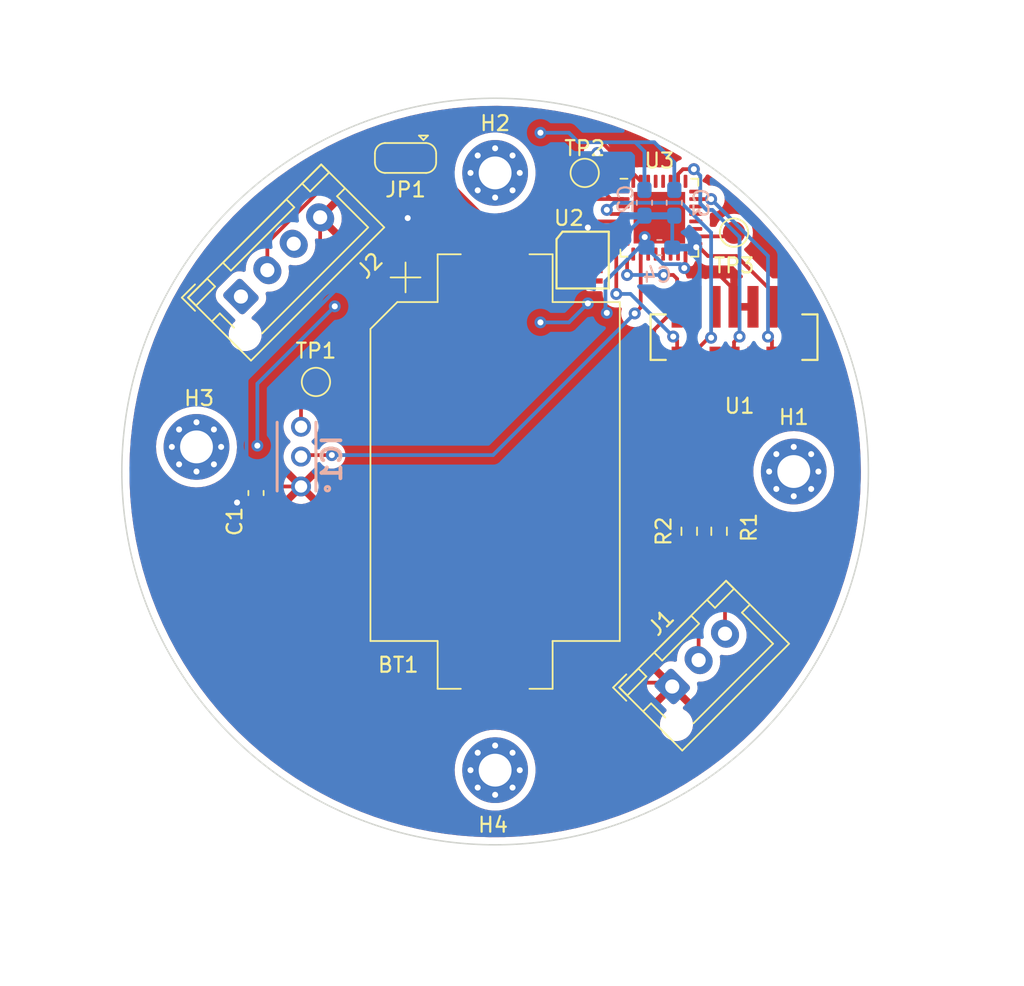
<source format=kicad_pcb>
(kicad_pcb (version 20211014) (generator pcbnew)
  (layers (0 "F.Cu" signal) (31 "B.Cu" signal) (34 "B.Paste" user) (35 "F.Paste" user) (36 "B.SilkS" user "B.Silkscreen") (37 "F.SilkS" user "F.Silkscreen") (38 "B.Mask" user) (39 "F.Mask" user) (44 "Edge.Cuts" user))
  (net 0 "")
  (net 3 "VDD")
  (net 4 "/SWDIO")
  (net 5 "GND")
  (net 6 "/SWDCLK")
  (net 7 "/SWO")
  (net 10 "/NRST")
  (net 11 "/RX")
  (net 12 "/TX")
  (net 13 "/sensor_pwr")
  (net 14 "Net-(IC1-Pad3)")
  (net 16 "/oscillator")
  (net 18 "/CLKOUT")
  (net 19 "Net-(J1-Pad3)")
  (net 20 "Net-(J1-Pad2)")
  (net 22 "/tsl237_frequency")
  (net 33 "/SDWCLK")
  (net 39 "Net-(BT1-Pad1)")
  (net 40 "Net-(J2-Pad2)")
  (footprint "Connector_JST:JST_XH_B4B-XH-AM_1x04_P2.50mm_Vertical" (layer "F.Cu") (at 132.977119 78.28042 45)
    (fp_text reference "J2" (at 7.571912 4.629754 45) (layer "F.SilkS"))
    (fp_text value "Conn_01x04")
    (fp_line (start 9.3 2.75) (end 3.75 2.75) (layer "F.SilkS") (width 0.12))
    (fp_line (start 10.05 -0.2) (end 9.3 -0.2) (layer "F.SilkS") (width 0.12))
    (fp_line (start 0.75 -2.45) (end 0.75 -1.7) (layer "F.SilkS") (width 0.12))
    (fp_line (start -0.75 -1.7) (end -0.75 -2.45) (layer "F.SilkS") (width 0.12))
    (fp_line (start 10.06 3.51) (end 10.06 -2.46) (layer "F.SilkS") (width 0.12))
    (fp_line (start 8.25 -2.45) (end 8.25 -1.7) (layer "F.SilkS") (width 0.12))
    (fp_line (start 3.75 2.75) (end -0.74 2.75) (layer "F.SilkS") (width 0.12))
    (fp_line (start 9.3 -0.2) (end 9.3 2.75) (layer "F.SilkS") (width 0.12))
    (fp_line (start -2.56 -2.46) (end -2.56 3.51) (layer "F.SilkS") (width 0.12))
    (fp_line (start -2.56 3.51) (end 10.06 3.51) (layer "F.SilkS") (width 0.12))
    (fp_line (start -2.85 -2.75) (end -2.85 -1.5) (layer "F.SilkS") (width 0.12))
    (fp_line (start -2.55 -0.2) (end -1.8 -0.2) (layer "F.SilkS") (width 0.12))
    (fp_line (start -2.55 -2.45) (end -2.55 -1.7) (layer "F.SilkS") (width 0.12))
    (fp_line (start -2.55 -1.7) (end -0.75 -1.7) (layer "F.SilkS") (width 0.12))
    (fp_line (start 10.05 -2.45) (end 8.25 -2.45) (layer "F.SilkS") (width 0.12))
    (fp_line (start 6.75 -1.7) (end 6.75 -2.45) (layer "F.SilkS") (width 0.12))
    (fp_line (start -0.75 -2.45) (end -2.55 -2.45) (layer "F.SilkS") (width 0.12))
    (fp_line (start 8.25 -1.7) (end 10.05 -1.7) (layer "F.SilkS") (width 0.12))
    (fp_line (start 10.05 -1.7) (end 10.05 -2.45) (layer "F.SilkS") (width 0.12))
    (fp_line (start 6.75 -2.45) (end 0.75 -2.45) (layer "F.SilkS") (width 0.12))
    (fp_line (start 10.06 -2.46) (end -2.56 -2.46) (layer "F.SilkS") (width 0.12))
    (fp_line (start -1.8 -0.2) (end -1.8 1.14) (layer "F.SilkS") (width 0.12))
    (fp_line (start 0.75 -1.7) (end 6.75 -1.7) (layer "F.SilkS") (width 0.12))
    (fp_line (start -1.6 -2.75) (end -2.85 -2.75) (layer "F.SilkS") (width 0.12))
    (pad "" np_thru_hole circle (at -1.6 2 45) (size 1.2 1.2) (drill 1.2) (layers *.Cu *.Mask))
    (pad "1" thru_hole roundrect (at 0 0 45) (size 1.7 1.95) (drill 0.95) (layers *.Cu *.Mask) (roundrect_rratio 0.1470588235))
    (pad "2" thru_hole oval (at 2.5 0 45) (size 1.7 1.95) (drill 0.95) (layers *.Cu *.Mask) (net 40 "Net-(J2-Pad2)"))
    (pad "3" thru_hole oval (at 5 0 45) (size 1.7 1.95) (drill 0.95) (layers *.Cu *.Mask))
    (pad "4" thru_hole oval (at 7.5 0 45) (size 1.7 1.95) (drill 0.95) (layers *.Cu *.Mask) (net 5 "GND"))
  )
  (footprint "MountingHole:MountingHole_2.2mm_M2_Pad_Via" (layer "F.Cu") (at 150 110)
    (fp_text reference "H4" (at -0.14 3.665) (layer "F.SilkS"))
    (fp_text value "MountingHole")
    (pad "1" thru_hole circle (at 1.65 0) (size 0.7 0.7) (drill 0.4) (layers *.Cu *.Mask))
    (pad "1" thru_hole circle (at 1.166726 1.166726) (size 0.7 0.7) (drill 0.4) (layers *.Cu *.Mask))
    (pad "1" thru_hole circle (at 0 1.65) (size 0.7 0.7) (drill 0.4) (layers *.Cu *.Mask))
    (pad "1" thru_hole circle (at -1.65 0) (size 0.7 0.7) (drill 0.4) (layers *.Cu *.Mask))
    (pad "1" thru_hole circle (at -1.166726 -1.166726) (size 0.7 0.7) (drill 0.4) (layers *.Cu *.Mask))
    (pad "1" thru_hole circle (at 1.166726 -1.166726) (size 0.7 0.7) (drill 0.4) (layers *.Cu *.Mask))
    (pad "1" thru_hole circle (at -1.166726 1.166726) (size 0.7 0.7) (drill 0.4) (layers *.Cu *.Mask))
    (pad "1" thru_hole circle (at 0 -1.65) (size 0.7 0.7) (drill 0.4) (layers *.Cu *.Mask))
    (pad "1" thru_hole circle (at 0 0) (size 4.4 4.4) (drill 2.2) (layers *.Cu *.Mask))
  )
  (footprint "Connector_JST:JST_XH_B3B-XH-AM_1x03_P2.50mm_Vertical" (layer "F.Cu") (at 161.861002 104.396536 45)
    (fp_text reference "J1" (at 2.5 -3.55 45) (layer "F.SilkS"))
    (fp_text value "Conn_01x03")
    (fp_line (start -2.85 -2.75) (end -2.85 -1.5) (layer "F.SilkS") (width 0.12))
    (fp_line (start -2.55 -0.2) (end -1.8 -0.2) (layer "F.SilkS") (width 0.12))
    (fp_line (start 7.55 -0.2) (end 6.8 -0.2) (layer "F.SilkS") (width 0.12))
    (fp_line (start -1.6 -2.75) (end -2.85 -2.75) (layer "F.SilkS") (width 0.12))
    (fp_line (start 7.55 -1.7) (end 7.55 -2.45) (layer "F.SilkS") (width 0.12))
    (fp_line (start 4.25 -2.45) (end 0.75 -2.45) (layer "F.SilkS") (width 0.12))
    (fp_line (start -0.75 -1.7) (end -0.75 -2.45) (layer "F.SilkS") (width 0.12))
    (fp_line (start 6.8 2.75) (end 2.5 2.75) (layer "F.SilkS") (width 0.12))
    (fp_line (start 2.5 2.75) (end -0.74 2.75) (layer "F.SilkS") (width 0.12))
    (fp_line (start 0.75 -2.45) (end 0.75 -1.7) (layer "F.SilkS") (width 0.12))
    (fp_line (start 7.56 -2.46) (end -2.56 -2.46) (layer "F.SilkS") (width 0.12))
    (fp_line (start 7.55 -2.45) (end 5.75 -2.45) (layer "F.SilkS") (width 0.12))
    (fp_line (start 7.56 3.51) (end 7.56 -2.46) (layer "F.SilkS") (width 0.12))
    (fp_line (start -2.55 -1.7) (end -0.75 -1.7) (layer "F.SilkS") (width 0.12))
    (fp_line (start 5.75 -1.7) (end 7.55 -1.7) (layer "F.SilkS") (width 0.12))
    (fp_line (start -2.55 -2.45) (end -2.55 -1.7) (layer "F.SilkS") (width 0.12))
    (fp_line (start -2.56 -2.46) (end -2.56 3.51) (layer "F.SilkS") (width 0.12))
    (fp_line (start -1.8 -0.2) (end -1.8 1.14) (layer "F.SilkS") (width 0.12))
    (fp_line (start 4.25 -1.7) (end 4.25 -2.45) (layer "F.SilkS") (width 0.12))
    (fp_line (start 6.8 -0.2) (end 6.8 2.75) (layer "F.SilkS") (width 0.12))
    (fp_line (start -2.56 3.51) (end 7.56 3.51) (layer "F.SilkS") (width 0.12))
    (fp_line (start 0.75 -1.7) (end 4.25 -1.7) (layer "F.SilkS") (width 0.12))
    (fp_line (start -0.75 -2.45) (end -2.55 -2.45) (layer "F.SilkS") (width 0.12))
    (fp_line (start 5.75 -2.45) (end 5.75 -1.7) (layer "F.SilkS") (width 0.12))
    (pad "" np_thru_hole circle (at -1.6 2 45) (size 1.2 1.2) (drill 1.2) (layers *.Cu *.Mask))
    (pad "1" thru_hole roundrect (at 0 0 45) (size 1.7 1.95) (drill 0.95) (layers *.Cu *.Mask) (roundrect_rratio 0.1470588235) (net 5 "GND"))
    (pad "2" thru_hole oval (at 2.5 0 45) (size 1.7 1.95) (drill 0.95) (layers *.Cu *.Mask) (net 20 "Net-(J1-Pad2)"))
    (pad "3" thru_hole oval (at 5 0 45) (size 1.7 1.95) (drill 0.95) (layers *.Cu *.Mask) (net 19 "Net-(J1-Pad3)"))
  )
  (footprint "TestPoint:TestPoint_Pad_D1.5mm" (layer "F.Cu") (at 156 70)
    (fp_text reference "TP2" (at 0 -1.648) (layer "F.SilkS"))
    (fp_text value "TestPoint")
    (fp_circle (center 0 0) (end 0 0.95) (layer "F.SilkS") (width 0.12) (fill none))
    (pad "1" smd circle (at 0 0) (size 1.5 1.5) (layers "F.Cu" "F.Mask") (net 16 "/oscillator"))
  )
  (footprint "Resistor_SMD:R_0603_1608Metric_Pad0.98x0.95mm_HandSolder" (layer "F.Cu") (at 163 94 90)
    (fp_text reference "R2" (at 0 -1.71 90) (layer "F.SilkS"))
    (fp_text value "R_US")
    (fp_line (start -0.254724 -0.5225) (end 0.254724 -0.5225) (layer "F.SilkS") (width 0.12))
    (fp_line (start -0.254724 0.5225) (end 0.254724 0.5225) (layer "F.SilkS") (width 0.12))
    (pad "1" smd roundrect (at -0.9125 0 90) (size 0.975 0.95) (layers "F.Cu" "F.Paste" "F.Mask") (net 20 "Net-(J1-Pad2)"))
    (pad "2" smd roundrect (at 0.9125 0 90) (size 0.975 0.95) (layers "F.Cu" "F.Paste" "F.Mask") (net 11 "/RX"))
  )
  (footprint "Resistor_SMD:R_0603_1608Metric_Pad0.98x0.95mm_HandSolder" (layer "F.Cu") (at 165 94 90)
    (fp_text reference "R1" (at 0.254724 2.005 90) (layer "F.SilkS"))
    (fp_text value "R_US")
    (fp_line (start -0.254724 0.5225) (end 0.254724 0.5225) (layer "F.SilkS") (width 0.12))
    (fp_line (start -0.254724 -0.5225) (end 0.254724 -0.5225) (layer "F.SilkS") (width 0.12))
    (pad "1" smd roundrect (at -0.9125 0 90) (size 0.975 0.95) (layers "F.Cu" "F.Paste" "F.Mask") (net 19 "Net-(J1-Pad3)"))
    (pad "2" smd roundrect (at 0.9125 0 90) (size 0.975 0.95) (layers "F.Cu" "F.Paste" "F.Mask") (net 12 "/TX"))
  )
  (footprint "MountingHole:MountingHole_2.2mm_M2_Pad_Via" (layer "F.Cu") (at 130 88.35)
    (fp_text reference "H3" (at 0.175 -3.26) (layer "F.SilkS"))
    (fp_text value "MountingHole")
    (pad "1" thru_hole circle (at 0 0) (size 4.4 4.4) (drill 2.2) (layers *.Cu *.Mask))
    (pad "1" thru_hole circle (at 0 1.65) (size 0.7 0.7) (drill 0.4) (layers *.Cu *.Mask))
    (pad "1" thru_hole circle (at 0 -1.65) (size 0.7 0.7) (drill 0.4) (layers *.Cu *.Mask))
    (pad "1" thru_hole circle (at 1.166726 -1.166726) (size 0.7 0.7) (drill 0.4) (layers *.Cu *.Mask))
    (pad "1" thru_hole circle (at -1.166726 1.166726) (size 0.7 0.7) (drill 0.4) (layers *.Cu *.Mask))
    (pad "1" thru_hole circle (at -1.65 0) (size 0.7 0.7) (drill 0.4) (layers *.Cu *.Mask))
    (pad "1" thru_hole circle (at -1.166726 -1.166726) (size 0.7 0.7) (drill 0.4) (layers *.Cu *.Mask))
    (pad "1" thru_hole circle (at 1.65 0) (size 0.7 0.7) (drill 0.4) (layers *.Cu *.Mask))
    (pad "1" thru_hole circle (at 1.166726 1.166726) (size 0.7 0.7) (drill 0.4) (layers *.Cu *.Mask))
  )
  (footprint "Capacitor_SMD:C_0603_1608Metric_Pad1.08x0.95mm_HandSolder" (layer "F.Cu") (at 133.985 91.44 90)
    (fp_text reference "C1" (at -1.905 -1.43 90) (layer "F.SilkS"))
    (fp_text value "1uF")
    (fp_line (start -0.146267 0.51) (end 0.146267 0.51) (layer "F.SilkS") (width 0.12))
    (fp_line (start -0.146267 -0.51) (end 0.146267 -0.51) (layer "F.SilkS") (width 0.12))
    (pad "1" smd roundrect (at -0.8625 0 90) (size 1.075 0.95) (layers "F.Cu" "F.Paste" "F.Mask") (net 3 "VDD"))
    (pad "2" smd roundrect (at 0.8625 0 90) (size 1.075 0.95) (layers "F.Cu" "F.Paste" "F.Mask") (net 5 "GND"))
  )
  (footprint "TestPoint:TestPoint_Pad_D1.5mm" (layer "F.Cu") (at 138 84)
    (fp_text reference "TP1" (at 0 -2.085) (layer "F.SilkS"))
    (fp_text value "TestPoint")
    (fp_circle (center 0 0) (end 0 0.95) (layer "F.SilkS") (width 0.12) (fill none))
    (pad "1" smd circle (at 0 0) (size 1.5 1.5) (layers "F.Cu" "F.Mask") (net 14 "Net-(IC1-Pad3)"))
  )
  (footprint "e314-2020:ftsh_14p_connector" (layer "F.Cu") (at 166 81 180)
    (fp_text reference "U1" (at -0.37 -4.60756) (layer "F.SilkS"))
    (fp_text value "STDC14")
    (fp_line (start -4.572 -1.524) (end -5.588 -1.524) (layer "F.SilkS") (width 0.15))
    (fp_line (start 5.588 1.524) (end 4.572 1.524) (layer "F.SilkS") (width 0.15))
    (fp_line (start -5.588 1.524) (end -4.572 1.524) (layer "F.SilkS") (width 0.15))
    (fp_line (start 5.588 -1.524) (end 5.588 1.524) (layer "F.SilkS") (width 0.15))
    (fp_line (start 4.572 -1.524) (end 5.588 -1.524) (layer "F.SilkS") (width 0.15))
    (fp_line (start -5.588 -1.524) (end -5.588 1.524) (layer "F.SilkS") (width 0.15))
    (pad "1" smd rect locked (at -3.81 2.032 180) (size 0.74 2.79) (layers "F.Cu" "F.Paste" "F.Mask"))
    (pad "2" smd rect locked (at -3.81 -2.032 180) (size 0.74 2.79) (layers "F.Cu" "F.Paste" "F.Mask"))
    (pad "3" smd rect locked (at -2.54 2.032 180) (size 0.74 2.79) (layers "F.Cu" "F.Paste" "F.Mask") (net 3 "VDD"))
    (pad "4" smd rect locked (at -2.54 -2.032 180) (size 0.74 2.79) (layers "F.Cu" "F.Paste" "F.Mask") (net 4 "/SWDIO"))
    (pad "5" smd rect locked (at -1.27 2.032 180) (size 0.74 2.79) (layers "F.Cu" "F.Paste" "F.Mask") (net 5 "GND"))
    (pad "6" smd rect locked (at -1.27 -2.032 180) (size 0.74 2.79) (layers "F.Cu" "F.Paste" "F.Mask") (net 6 "/SWDCLK"))
    (pad "7" smd rect locked (at 0 2.032 180) (size 0.74 2.79) (layers "F.Cu" "F.Paste" "F.Mask") (net 5 "GND"))
    (pad "8" smd rect locked (at 0 -2.032 180) (size 0.74 2.79) (layers "F.Cu" "F.Paste" "F.Mask") (net 7 "/SWO"))
    (pad "9" smd rect locked (at 1.27 2.032 180) (size 0.74 2.79) (layers "F.Cu" "F.Paste" "F.Mask"))
    (pad "10" smd rect locked (at 1.27 -2.032 180) (size 0.74 2.79) (layers "F.Cu" "F.Paste" "F.Mask"))
    (pad "11" smd rect locked (at 2.54 2.032 180) (size 0.74 2.79) (layers "F.Cu" "F.Paste" "F.Mask") (net 5 "GND"))
    (pad "12" smd rect locked (at 2.54 -2.032 180) (size 0.74 2.79) (layers "F.Cu" "F.Paste" "F.Mask") (net 10 "/NRST"))
    (pad "13" smd rect locked (at 3.81 2.032 180) (size 0.74 2.79) (layers "F.Cu" "F.Paste" "F.Mask") (net 11 "/RX"))
    (pad "14" smd rect locked (at 3.81 -2.032 180) (size 0.74 2.79) (layers "F.Cu" "F.Paste" "F.Mask") (net 12 "/TX"))
  )
  (footprint "MountingHole:MountingHole_2.2mm_M2_Pad_Via" (layer "F.Cu") (at 170 90)
    (fp_text reference "H1" (at 0 -3.64) (layer "F.SilkS"))
    (fp_text value "MountingHole")
    (pad "1" thru_hole circle (at 1.166726 -1.166726) (size 0.7 0.7) (drill 0.4) (layers *.Cu *.Mask))
    (pad "1" thru_hole circle (at 1.65 0) (size 0.7 0.7) (drill 0.4) (layers *.Cu *.Mask))
    (pad "1" thru_hole circle (at -1.65 0) (size 0.7 0.7) (drill 0.4) (layers *.Cu *.Mask))
    (pad "1" thru_hole circle (at 0 0) (size 4.4 4.4) (drill 2.2) (layers *.Cu *.Mask))
    (pad "1" thru_hole circle (at 0 1.65) (size 0.7 0.7) (drill 0.4) (layers *.Cu *.Mask))
    (pad "1" thru_hole circle (at 0 -1.65) (size 0.7 0.7) (drill 0.4) (layers *.Cu *.Mask))
    (pad "1" thru_hole circle (at 1.166726 1.166726) (size 0.7 0.7) (drill 0.4) (layers *.Cu *.Mask))
    (pad "1" thru_hole circle (at -1.166726 -1.166726) (size 0.7 0.7) (drill 0.4) (layers *.Cu *.Mask))
    (pad "1" thru_hole circle (at -1.166726 1.166726) (size 0.7 0.7) (drill 0.4) (layers *.Cu *.Mask))
  )
  (footprint "e314-2020:TG-3541CE" (layer "F.Cu") (at 157.7125 72.4375)
    (fp_text reference "U2" (at -2.7725 0.5875) (layer "F.SilkS"))
    (fp_text value "TG-3541CE")
    (fp_line (start -0.1 1.5) (end -0.1 5.3) (layer "F.SilkS") (width 0.15))
    (fp_line (start -3.6 5.3) (end -3.6 2) (layer "F.SilkS") (width 0.15))
    (fp_line (start -0.1 5.3) (end -3.6 5.3) (layer "F.SilkS") (width 0.15))
    (fp_line (start -3.6 2) (end -3.2 1.5) (layer "F.SilkS") (width 0.15))
    (fp_line (start -3.2 1.5) (end -0.1 1.5) (layer "F.SilkS") (width 0.15))
    (pad "1" smd rect locked (at -2.7 2) (size 0.9 0.35) (layers "F.Cu" "F.Paste" "F.Mask") (net 3 "VDD"))
    (pad "2" smd rect locked (at -2.7 2.7) (size 0.9 0.35) (layers "F.Cu" "F.Paste" "F.Mask") (net 3 "VDD"))
    (pad "3" smd rect locked (at -2.7 3.4) (size 0.9 0.35) (layers "F.Cu" "F.Paste" "F.Mask") (net 3 "VDD"))
    (pad "4" smd rect locked (at -2.7 4.1) (size 0.9 0.35) (layers "F.Cu" "F.Paste" "F.Mask") (net 16 "/oscillator"))
    (pad "5" smd rect locked (at -2.7 4.8) (size 0.9 0.35) (layers "F.Cu" "F.Paste" "F.Mask") (net 5 "GND"))
    (pad "6" smd rect locked (at -0.96 4.8) (size 0.9 0.35) (layers "F.Cu" "F.Paste" "F.Mask"))
    (pad "7" smd rect locked (at -0.96 4.1) (size 0.9 0.35) (layers "F.Cu" "F.Paste" "F.Mask") (net 5 "GND"))
    (pad "8" smd rect locked (at -0.96 3.4) (size 0.9 0.35) (layers "F.Cu" "F.Paste" "F.Mask") (net 5 "GND"))
    (pad "9" smd rect locked (at -0.96 2.7) (size 0.9 0.35) (layers "F.Cu" "F.Paste" "F.Mask") (net 5 "GND"))
    (pad "10" smd rect locked (at -0.96 2) (size 0.9 0.35) (layers "F.Cu" "F.Paste" "F.Mask"))
  )
  (footprint "MountingHole:MountingHole_2.2mm_M2_Pad_Via" (layer "F.Cu") (at 150 70)
    (fp_text reference "H2" (at 0 -3.325) (layer "F.SilkS"))
    (fp_text value "MountingHole")
    (pad "1" thru_hole circle (at 0 0) (size 4.4 4.4) (drill 2.2) (layers *.Cu *.Mask))
    (pad "1" thru_hole circle (at 0 1.65) (size 0.7 0.7) (drill 0.4) (layers *.Cu *.Mask))
    (pad "1" thru_hole circle (at -1.65 0) (size 0.7 0.7) (drill 0.4) (layers *.Cu *.Mask))
    (pad "1" thru_hole circle (at -1.166726 1.166726) (size 0.7 0.7) (drill 0.4) (layers *.Cu *.Mask))
    (pad "1" thru_hole circle (at 1.166726 1.166726) (size 0.7 0.7) (drill 0.4) (layers *.Cu *.Mask))
    (pad "1" thru_hole circle (at 0 -1.65) (size 0.7 0.7) (drill 0.4) (layers *.Cu *.Mask))
    (pad "1" thru_hole circle (at -1.166726 -1.166726) (size 0.7 0.7) (drill 0.4) (layers *.Cu *.Mask))
    (pad "1" thru_hole circle (at 1.65 0) (size 0.7 0.7) (drill 0.4) (layers *.Cu *.Mask))
    (pad "1" thru_hole circle (at 1.166726 -1.166726) (size 0.7 0.7) (drill 0.4) (layers *.Cu *.Mask))
  )
  (footprint "Package_DFN_QFN:QFN-32-1EP_5x5mm_P0.5mm_EP3.45x3.45mm" (layer "F.Cu") (at 161 73)
    (fp_text reference "U3" (at 0 -3.82) (layer "F.SilkS"))
    (fp_text value "STM32L432KCUx")
    (fp_line (start -2.135 -2.61) (end -2.61 -2.61) (layer "F.SilkS") (width 0.12))
    (fp_line (start 2.61 2.61) (end 2.61 2.135) (layer "F.SilkS") (width 0.12))
    (fp_line (start -2.61 2.61) (end -2.61 2.135) (layer "F.SilkS") (width 0.12))
    (fp_line (start 2.135 -2.61) (end 2.61 -2.61) (layer "F.SilkS") (width 0.12))
    (fp_line (start 2.61 -2.61) (end 2.61 -2.135) (layer "F.SilkS") (width 0.12))
    (fp_line (start 2.135 2.61) (end 2.61 2.61) (layer "F.SilkS") (width 0.12))
    (fp_line (start -2.135 2.61) (end -2.61 2.61) (layer "F.SilkS") (width 0.12))
    (pad "1" smd roundrect (at -2.4375 -1.75) (size 0.875 0.25) (layers "F.Cu" "F.Paste" "F.Mask") (net 3 "VDD"))
    (pad "2" smd roundrect (at -2.4375 -1.25) (size 0.875 0.25) (layers "F.Cu" "F.Paste" "F.Mask") (net 16 "/oscillator"))
    (pad "3" smd roundrect (at -2.4375 -0.75) (size 0.875 0.25) (layers "F.Cu" "F.Paste" "F.Mask"))
    (pad "4" smd roundrect (at -2.4375 -0.25) (size 0.875 0.25) (layers "F.Cu" "F.Paste" "F.Mask") (net 10 "/NRST"))
    (pad "5" smd roundrect (at -2.4375 0.25) (size 0.875 0.25) (layers "F.Cu" "F.Paste" "F.Mask") (net 3 "VDD"))
    (pad "6" smd roundrect (at -2.4375 0.75) (size 0.875 0.25) (layers "F.Cu" "F.Paste" "F.Mask") (net 22 "/tsl237_frequency"))
    (pad "7" smd roundrect (at -2.4375 1.25) (size 0.875 0.25) (layers "F.Cu" "F.Paste" "F.Mask"))
    (pad "8" smd roundrect (at -2.4375 1.75) (size 0.875 0.25) (layers "F.Cu" "F.Paste" "F.Mask") (net 12 "/TX"))
    (pad "9" smd roundrect (at -1.75 2.4375) (size 0.25 0.875) (layers "F.Cu" "F.Paste" "F.Mask") (net 11 "/RX"))
    (pad "10" smd roundrect (at -1.25 2.4375) (size 0.25 0.875) (layers "F.Cu" "F.Paste" "F.Mask") (net 13 "/sensor_pwr"))
    (pad "11" smd roundrect (at -0.75 2.4375) (size 0.25 0.875) (layers "F.Cu" "F.Paste" "F.Mask"))
    (pad "12" smd roundrect (at -0.25 2.4375) (size 0.25 0.875) (layers "F.Cu" "F.Paste" "F.Mask"))
    (pad "13" smd roundrect (at 0.25 2.4375) (size 0.25 0.875) (layers "F.Cu" "F.Paste" "F.Mask"))
    (pad "14" smd roundrect (at 0.75 2.4375) (size 0.25 0.875) (layers "F.Cu" "F.Paste" "F.Mask"))
    (pad "15" smd roundrect (at 1.25 2.4375) (size 0.25 0.875) (layers "F.Cu" "F.Paste" "F.Mask"))
    (pad "16" smd roundrect (at 1.75 2.4375) (size 0.25 0.875) (layers "F.Cu" "F.Paste" "F.Mask") (net 5 "GND"))
    (pad "17" smd roundrect (at 2.4375 1.75) (size 0.875 0.25) (layers "F.Cu" "F.Paste" "F.Mask") (net 3 "VDD"))
    (pad "18" smd roundrect (at 2.4375 1.25) (size 0.875 0.25) (layers "F.Cu" "F.Paste" "F.Mask") (net 18 "/CLKOUT"))
    (pad "19" smd roundrect (at 2.4375 0.75) (size 0.875 0.25) (layers "F.Cu" "F.Paste" "F.Mask"))
    (pad "20" smd roundrect (at 2.4375 0.25) (size 0.875 0.25) (layers "F.Cu" "F.Paste" "F.Mask"))
    (pad "21" smd roundrect (at 2.4375 -0.25) (size 0.875 0.25) (layers "F.Cu" "F.Paste" "F.Mask"))
    (pad "22" smd roundrect (at 2.4375 -0.75) (size 0.875 0.25) (layers "F.Cu" "F.Paste" "F.Mask"))
    (pad "23" smd roundrect (at 2.4375 -1.25) (size 0.875 0.25) (layers "F.Cu" "F.Paste" "F.Mask") (net 4 "/SWDIO"))
    (pad "24" smd roundrect (at 2.4375 -1.75) (size 0.875 0.25) (layers "F.Cu" "F.Paste" "F.Mask") (net 33 "/SDWCLK"))
    (pad "25" smd roundrect (at 1.75 -2.4375) (size 0.25 0.875) (layers "F.Cu" "F.Paste" "F.Mask"))
    (pad "26" smd roundrect (at 1.25 -2.4375) (size 0.25 0.875) (layers "F.Cu" "F.Paste" "F.Mask") (net 7 "/SWO"))
    (pad "27" smd roundrect (at 0.75 -2.4375) (size 0.25 0.875) (layers "F.Cu" "F.Paste" "F.Mask"))
    (pad "28" smd roundrect (at 0.25 -2.4375) (size 0.25 0.875) (layers "F.Cu" "F.Paste" "F.Mask"))
    (pad "29" smd roundrect (at -0.25 -2.4375) (size 0.25 0.875) (layers "F.Cu" "F.Paste" "F.Mask"))
    (pad "30" smd roundrect (at -0.75 -2.4375) (size 0.25 0.875) (layers "F.Cu" "F.Paste" "F.Mask"))
    (pad "31" smd roundrect (at -1.25 -2.4375) (size 0.25 0.875) (layers "F.Cu" "F.Paste" "F.Mask") (net 5 "GND"))
    (pad "32" smd roundrect (at -1.75 -2.4375) (size 0.25 0.875) (layers "F.Cu" "F.Paste" "F.Mask") (net 5 "GND"))
    (pad "33" smd rect (at 0 0) (size 3.45 3.45) (layers "F.Cu" "F.Mask") (net 5 "GND"))
  )
  (footprint "TestPoint:TestPoint_Pad_D1.5mm" (layer "F.Cu") (at 166 74)
    (fp_text reference "TP3" (at 0 2.2) (layer "F.SilkS"))
    (fp_text value "TestPoint")
    (fp_circle (center 0 0) (end 0 0.95) (layer "F.SilkS") (width 0.12) (fill none))
    (pad "1" smd circle (at 0 0) (size 1.5 1.5) (layers "F.Cu" "F.Mask") (net 18 "/CLKOUT"))
  )
  (footprint "Jumper:SolderJumper-3_P1.3mm_Open_RoundedPad1.0x1.5mm" (layer "F.Cu") (at 144 69 180)
    (fp_text reference "JP1" (at 0 -2.12) (layer "F.SilkS"))
    (fp_text value "Jumper_3_Open")
    (fp_line (start -1.2 1.2) (end -1.5 1.5) (layer "F.SilkS") (width 0.12))
    (fp_line (start -1.5 1.5) (end -0.9 1.5) (layer "F.SilkS") (width 0.12))
    (fp_line (start -2.05 0.3) (end -2.05 -0.3) (layer "F.SilkS") (width 0.12))
    (fp_line (start 2.05 -0.3) (end 2.05 0.3) (layer "F.SilkS") (width 0.12))
    (fp_line (start -1.4 -1) (end 1.4 -1) (layer "F.SilkS") (width 0.12))
    (fp_line (start 1.4 1) (end -1.4 1) (layer "F.SilkS") (width 0.12))
    (fp_line (start -1.2 1.2) (end -0.9 1.5) (layer "F.SilkS") (width 0.12))
    (fp_arc (start -2.05 -0.3) (mid -1.844975 -0.794975) (end -1.35 -1) (layer "F.SilkS") (width 0.12))
    (fp_arc (start 2.05 0.3) (mid 1.844975 0.794975) (end 1.35 1) (layer "F.SilkS") (width 0.12))
    (fp_arc (start 1.35 -1) (mid 1.844975 -0.794975) (end 2.05 -0.3) (layer "F.SilkS") (width 0.12))
    (fp_arc (start -1.35 1) (mid -1.844975 0.794975) (end -2.05 0.3) (layer "F.SilkS") (width 0.12))
    (pad "1" smd custom (at -1.3 0 180) (size 1 0.5) (layers "F.Cu" "F.Mask") (net 39 "Net-(BT1-Pad1)") (options (clearance outline) (anchor rect)) (primitives (gr_circle (center 0 0.25) (end 0.5 0.25) (width 0) (fill yes)) (gr_circle (center 0 -0.25) (end 0.5 -0.25) (width 0) (fill yes)) (gr_poly (pts (xy 0.55 0.75) (xy 0 0.75) (xy 0 -0.75) (xy 0.55 -0.75)) (width 0) (fill yes))))
    (pad "2" smd rect (at 0 0 180) (size 1 1.5) (layers "F.Cu" "F.Mask") (net 3 "VDD"))
    (pad "3" smd custom (at 1.3 0 180) (size 1 0.5) (layers "F.Cu" "F.Mask") (net 40 "Net-(J2-Pad2)") (options (clearance outline) (anchor rect)) (primitives (gr_circle (center 0 0.25) (end 0.5 0.25) (width 0) (fill yes)) (gr_circle (center 0 -0.25) (end 0.5 -0.25) (width 0) (fill yes)) (gr_poly (pts (xy 0 0.75) (xy -0.55 0.75) (xy -0.55 -0.75) (xy 0 -0.75)) (width 0) (fill yes))))
  )
  (footprint "Battery:BatteryHolder_Keystone_1060_1x2032" (layer "F.Cu") (at 150 90 -90)
    (fp_text reference "BT1" (at 12.95 6.49 180) (layer "F.SilkS"))
    (fp_text value "Battery_Cell")
    (fp_line (start 14.55 3.85) (end 14.55 2.3) (layer "F.SilkS") (width 0.12))
    (fp_line (start -12 6) (end -14 6) (layer "F.SilkS") (width 0.12))
    (fp_line (start -11.35 -3.85) (end -14.55 -3.85) (layer "F.SilkS") (width 0.12))
    (fp_line (start 11.35 8.35) (end 11.35 3.85) (layer "F.SilkS") (width 0.12))
    (fp_line (start -11.35 6.55) (end -11.35 3.85) (layer "F.SilkS") (width 0.12))
    (fp_line (start -14.55 3.85) (end -14.55 2.3) (layer "F.SilkS") (width 0.12))
    (fp_line (start 11.35 8.35) (end -9.55 8.35) (layer "F.SilkS") (width 0.12))
    (fp_line (start -11.35 -8.35) (end -11.35 -3.85) (layer "F.SilkS") (width 0.12))
    (fp_line (start -9.55 8.35) (end -11.35 6.55) (layer "F.SilkS") (width 0.12))
    (fp_line (start 11.35 -3.85) (end 14.55 -3.85) (layer "F.SilkS") (width 0.12))
    (fp_line (start -13 5) (end -13 7) (layer "F.SilkS") (width 0.12))
    (fp_line (start 11.35 3.85) (end 14.55 3.85) (layer "F.SilkS") (width 0.12))
    (fp_line (start 11.35 -8.35) (end 11.35 -3.85) (layer "F.SilkS") (width 0.12))
    (fp_line (start 14.55 -3.85) (end 14.55 -2.3) (layer "F.SilkS") (width 0.12))
    (fp_line (start -11.35 3.85) (end -14.55 3.85) (layer "F.SilkS") (width 0.12))
    (fp_line (start -11.35 -8.35) (end 11.35 -8.35) (layer "F.SilkS") (width 0.12))
    (fp_line (start -14.55 -3.85) (end -14.55 -2.3) (layer "F.SilkS") (width 0.12))
    (pad "1" smd rect (at -14.65 0 90) (size 2.6 3.6) (layers "F.Cu" "F.Paste" "F.Mask") (net 39 "Net-(BT1-Pad1)"))
    (pad "2" smd rect (at 14.65 0 90) (size 2.6 3.6) (layers "F.Cu" "F.Paste" "F.Mask") (net 5 "GND"))
  )
  (footprint "Capacitor_SMD:C_0603_1608Metric_Pad1.08x0.95mm_HandSolder" (layer "B.Cu") (at 162 72 90)
    (fp_text reference "C3" (at 0 1.83 90) (layer "B.SilkS") (effects (justify mirror)))
    (fp_text value "1uF")
    (fp_line (start -0.146267 -0.51) (end 0.146267 -0.51) (layer "B.SilkS") (width 0.12))
    (fp_line (start -0.146267 0.51) (end 0.146267 0.51) (layer "B.SilkS") (width 0.12))
    (pad "1" smd roundrect (at -0.8625 0 90) (size 1.075 0.95) (layers "B.Cu" "B.Paste" "B.Mask") (net 3 "VDD"))
    (pad "2" smd roundrect (at 0.8625 0 90) (size 1.075 0.95) (layers "B.Cu" "B.Paste" "B.Mask") (net 5 "GND"))
  )
  (footprint "e314-2020:TSL237S-LF" (layer "B.Cu") (at 137 89 90)
    (fp_text reference "IC1" (at -0.151 2.065 90) (layer "B.SilkS") (effects (font (size 1.27 1.27) (thickness 0.254)) (justify mirror)))
    (fp_text value "TSL237S-LF" hide)
    (fp_line (start 2.3 -1.6) (end -2.3 -1.6) (layer "B.SilkS") (width 0.2))
    (fp_line (start -2.3 1) (end 2.3 1) (layer "B.SilkS") (width 0.2))
    (fp_circle (center -2.149 1.77) (end -2.149 1.72313) (layer "B.SilkS") (width 0.2) (fill none))
    (pad "1" thru_hole circle locked (at -2 0 90) (size 1.33 1.33) (drill 0.83) (layers *.Cu *.Mask) (net 5 "GND"))
    (pad "2" thru_hole circle locked (at 0 0 90) (size 1.33 1.33) (drill 0.83) (layers *.Cu *.Mask) (net 13 "/sensor_pwr"))
    (pad "3" thru_hole circle locked (at 2 0 90) (size 1.33 1.33) (drill 0.83) (layers *.Cu *.Mask) (net 14 "Net-(IC1-Pad3)"))
  )
  (footprint "Capacitor_SMD:C_0603_1608Metric_Pad1.08x0.95mm_HandSolder" (layer "B.Cu") (at 161 75 180)
    (fp_text reference "C4" (at 0.146267 -1.835 180) (layer "B.SilkS") (effects (justify mirror)))
    (fp_text value "0.1uF")
    (fp_line (start -0.146267 -0.51) (end 0.146267 -0.51) (layer "B.SilkS") (width 0.12))
    (fp_line (start -0.146267 0.51) (end 0.146267 0.51) (layer "B.SilkS") (width 0.12))
    (pad "1" smd roundrect (at -0.8625 0 180) (size 1.075 0.95) (layers "B.Cu" "B.Paste" "B.Mask") (net 3 "VDD"))
    (pad "2" smd roundrect (at 0.8625 0 180) (size 1.075 0.95) (layers "B.Cu" "B.Paste" "B.Mask") (net 5 "GND"))
  )
  (footprint "Capacitor_SMD:C_0603_1608Metric_Pad1.08x0.95mm_HandSolder" (layer "B.Cu") (at 160 72 90)
    (fp_text reference "C2" (at 0.245 -1.25 90) (layer "B.SilkS") (effects (justify mirror)))
    (fp_text value "0.1uF")
    (fp_line (start -0.146267 0.51) (end 0.146267 0.51) (layer "B.SilkS") (width 0.12))
    (fp_line (start -0.146267 -0.51) (end 0.146267 -0.51) (layer "B.SilkS") (width 0.12))
    (pad "1" smd roundrect (at -0.8625 0 90) (size 1.075 0.95) (layers "B.Cu" "B.Paste" "B.Mask") (net 3 "VDD"))
    (pad "2" smd roundrect (at 0.8625 0 90) (size 1.075 0.95) (layers "B.Cu" "B.Paste" "B.Mask") (net 5 "GND"))
  )
  (gr_circle (center 150 90) (end 175 90) (layer "Edge.Cuts") (width 0.1) (fill none))
  (segment (start 163.4375 74.947027) (end 163.469176 74.978703) (width 0.25) (layer "F.Cu") (net 3))
  (segment (start 158.75 71.12) (end 158.75 70.5745) (width 0.25) (layer "F.Cu") (net 3))
  (segment (start 155.0125 75.8375) (end 155.0125 75.1375) (width 0.25) (layer "F.Cu") (net 3))
  (segment (start 144 69) (end 144 72.88) (width 0.25) (layer "F.Cu") (net 3))
  (segment (start 156.21 73.66) (end 155.79 73.66) (width 0.25) (layer "F.Cu") (net 3))
  (segment (start 155.0125 75.1375) (end 155.0125 74.4375) (width 0.25) (layer "F.Cu") (net 3))
  (segment (start 168.54 78.968) (end 168.54 77.943) (width 0.25) (layer "F.Cu") (net 3))
  (segment (start 158.62 71.25) (end 158.75 71.12) (width 0.25) (layer "F.Cu") (net 3))
  (segment (start 158.75 70.5745) (end 156.845 68.6695) (width 0.25) (layer "F.Cu") (net 3))
  (segment (start 132.715 92.075) (end 133.7575 92.075) (width 0.25) (layer "F.Cu") (net 3))
  (segment (start 164.2525 75.565) (end 163.4375 74.75) (width 0.25) (layer "F.Cu") (net 3))
  (segment (start 163.4375 74.75) (end 163.4375 74.947027) (width 0.25) (layer "F.Cu") (net 3))
  (segment (start 133.7575 92.075) (end 133.985 92.3025) (width 0.25) (layer "F.Cu") (net 3))
  (segment (start 156.62 73.25) (end 156.21 73.66) (width 0.25) (layer "F.Cu") (net 3))
  (segment (start 158.5625 71.25) (end 158.62 71.25) (width 0.25) (layer "F.Cu") (net 3))
  (segment (start 158.5625 73.25) (end 156.62 73.25) (width 0.25) (layer "F.Cu") (net 3))
  (segment (start 155.79 73.66) (end 155.0125 74.4375) (width 0.25) (layer "F.Cu") (net 3))
  (segment (start 168.54 77.943) (end 166.162 75.565) (width 0.25) (layer "F.Cu") (net 3))
  (segment (start 144 72.88) (end 144.145 73.025) (width 0.25) (layer "F.Cu") (net 3))
  (segment (start 166.162 75.565) (end 164.2525 75.565) (width 0.25) (layer "F.Cu") (net 3))
  (via (at 132.715 92.075) (size 0.8) (drill 0.4) (layers "F.Cu" "B.Cu") (net 3))
  (via (at 156.845 68.6695) (size 0.8) (drill 0.4) (layers "F.Cu" "B.Cu") (net 3))
  (via (at 163.469176 74.978703) (size 0.8) (drill 0.4) (layers "F.Cu" "B.Cu") (net 3))
  (via (at 156.21 73.66) (size 0.8) (drill 0.4) (layers "F.Cu" "B.Cu") (net 3))
  (via (at 144.145 73.025) (size 0.8) (drill 0.4) (layers "F.Cu" "B.Cu") (net 3))
  (segment (start 161.883797 74.978703) (end 161.8625 75) (width 0.25) (layer "B.Cu") (net 3))
  (segment (start 144.145 73.025) (end 155.575 73.025) (width 0.25) (layer "B.Cu") (net 3))
  (segment (start 132.715 89.535) (end 132.715 92.075) (width 0.25) (layer "B.Cu") (net 3))
  (segment (start 155.575 73.025) (end 156.21 73.66) (width 0.25) (layer "B.Cu") (net 3))
  (segment (start 133.35 83.82) (end 133.35 88.9) (width 0.25) (layer "B.Cu") (net 3))
  (segment (start 154.305 69.215) (end 154.305 71.755) (width 0.25) (layer "B.Cu") (net 3))
  (segment (start 160 72.8625) (end 158.477989 74.384511) (width 0.25) (layer "B.Cu") (net 3))
  (segment (start 158.477989 74.384511) (end 156.934511 74.384511) (width 0.25) (layer "B.Cu") (net 3))
  (segment (start 133.35 88.9) (end 132.715 89.535) (width 0.25) (layer "B.Cu") (net 3))
  (segment (start 154.305 71.755) (end 156.21 73.66) (width 0.25) (layer "B.Cu") (net 3))
  (segment (start 161.8625 75) (end 161.8625 73) (width 0.25) (layer "B.Cu") (net 3))
  (segment (start 163.469176 74.978703) (end 161.883797 74.978703) (width 0.25) (layer "B.Cu") (net 3))
  (segment (start 154.8505 68.6695) (end 154.305 69.215) (width 0.25) (layer "B.Cu") (net 3))
  (segment (start 156.845 68.6695) (end 154.8505 68.6695) (width 0.25) (layer "B.Cu") (net 3))
  (segment (start 161.8625 73) (end 162 72.8625) (width 0.25) (layer "B.Cu") (net 3))
  (segment (start 144.145 73.025) (end 133.35 83.82) (width 0.25) (layer "B.Cu") (net 3))
  (segment (start 156.934511 74.384511) (end 156.21 73.66) (width 0.25) (layer "B.Cu") (net 3))
  (segment (start 168.54 81.227502) (end 168.275 80.962502) (width 0.25) (layer "F.Cu") (net 4))
  (segment (start 163.4425 71.755) (end 163.4375 71.75) (width 0.25) (layer "F.Cu") (net 4))
  (segment (start 168.54 83.032) (end 168.54 81.227502) (width 0.25) (layer "F.Cu") (net 4))
  (segment (start 164.465 71.755) (end 163.4425 71.755) (width 0.25) (layer "F.Cu") (net 4))
  (via (at 168.275 80.962502) (size 0.8) (drill 0.4) (layers "F.Cu" "B.Cu") (net 4))
  (via (at 164.465 71.755) (size 0.8) (drill 0.4) (layers "F.Cu" "B.Cu") (net 4))
  (segment (start 168.275 80.962502) (end 168.275 75.565) (width 0.25) (layer "B.Cu") (net 4))
  (segment (start 168.275 75.565) (end 164.465 71.755) (width 0.25) (layer "B.Cu") (net 4))
  (segment (start 134.0745 88.9895) (end 134.0745 88.265) (width 0.25) (layer "F.Cu") (net 5))
  (segment (start 159.25 70.049886) (end 156.510114 67.31) (width 0.25) (layer "F.Cu") (net 5))
  (segment (start 134.0745 88.265) (end 134.0745 90.488) (width 0.25) (layer "F.Cu") (net 5))
  (segment (start 153.035 80.01) (end 153.035 104.14) (width 0.25) (layer "F.Cu") (net 5))
  (segment (start 136.17 90.17) (end 135.255 90.17) (width 0.25) (layer "F.Cu") (net 5))
  (segment (start 139.259799 78.934799) (end 139.454598 78.74) (width 0.25) (layer "F.Cu") (net 5))
  (segment (start 162.75 75.4375) (end 162.75 76.289254) (width 0.25) (layer "F.Cu") (net 5))
  (segment (start 153.035 69.215) (end 153.035 80.01) (width 0.25) (layer "F.Cu") (net 5))
  (segment (start 153.035 76.835) (end 153.035 67.31) (width 0.25) (layer "F.Cu") (net 5))
  (segment (start 166 78.968) (end 166 77.823978) (width 0.25) (layer "F.Cu") (net 5))
  (segment (start 138.28042 77.95542) (end 139.259799 78.934799) (width 0.25) (layer "F.Cu") (net 5))
  (segment (start 166 77.823978) (end 164.546433 76.370411) (width 0.25) (layer "F.Cu") (net 5))
  (segment (start 162.75 76.289254) (end 162.668843 76.370411) (width 0.25) (layer "F.Cu") (net 5))
  (segment (start 137 91) (end 134.4075 91) (width 0.25) (layer "F.Cu") (net 5))
  (segment (start 156.510114 67.31) (end 153.035 67.31) (width 0.25) (layer "F.Cu") (net 5))
  (segment (start 161 73.315) (end 160.02 74.295) (width 0.25) (layer "F.Cu") (net 5))
  (segment (start 138.28042 72.977119) (end 138.28042 77.95542) (width 0.25) (layer "F.Cu") (net 5))
  (segment (start 161.604466 104.14) (end 161.861002 104.396536) (width 0.25) (layer "F.Cu") (net 5))
  (segment (start 152.525 104.65) (end 150 104.65) (width 0.25) (layer "F.Cu") (net 5))
  (segment (start 156.7525 75.8375) (end 156.7525 76.5375) (width 0.25) (layer "F.Cu") (net 5))
  (segment (start 164.546433 76.370411) (end 162.668843 76.370411) (width 0.25) (layer "F.Cu") (net 5))
  (segment (start 155.977989 78.507989) (end 156.21 78.74) (width 0.25) (layer "F.Cu") (net 5))
  (segment (start 161 73) (end 161 73.315) (width 0.25) (layer "F.Cu") (net 5))
  (segment (start 153.035 104.14) (end 152.525 104.65) (width 0.25) (layer "F.Cu") (net 5))
  (segment (start 159.75 70.549886) (end 156.510114 67.31) (width 0.25) (layer "F.Cu") (net 5))
  (segment (start 155.977989 76.612011) (end 155.977989 78.507989) (width 0.25) (layer "F.Cu") (net 5))
  (segment (start 155.575 79.375) (end 153.67 77.47) (width 0.25) (layer "F.Cu") (net 5))
  (segment (start 155.0125 77.5425) (end 156.21 78.74) (width 0.25) (layer "F.Cu") (net 5))
  (segment (start 137 91) (end 136.17 90.17) (width 0.25) (layer "F.Cu") (net 5))
  (segment (start 159.75 70.5625) (end 159.75 70.549886) (width 0.25) (layer "F.Cu") (net 5))
  (segment (start 134.4075 91) (end 133.985 90.5775) (width 0.25) (layer "F.Cu") (net 5))
  (segment (start 159.25 70.5625) (end 159.25 70.049886) (width 0.25) (layer "F.Cu") (net 5))
  (segment (start 156.0525 76.5375) (end 155.977989 76.612011) (width 0.25) (layer "F.Cu") (net 5))
  (segment (start 139.454598 78.74) (end 156.21 78.74) (width 0.25) (layer "F.Cu") (net 5))
  (segment (start 135.255 90.17) (end 134.0745 88.9895) (width 0.25) (layer "F.Cu") (net 5))
  (segment (start 162.668843 76.370411) (end 163.46 77.161568) (width 0.25) (layer "F.Cu") (net 5))
  (segment (start 134.0745 90.488) (end 133.985 90.5775) (width 0.25) (layer "F.Cu") (net 5))
  (segment (start 153.035 104.14) (end 161.604466 104.14) (width 0.25) (layer "F.Cu") (net 5))
  (segment (start 157.48 79.375) (end 155.575 79.375) (width 0.25) (layer "F.Cu") (net 5))
  (segment (start 163.46 77.161568) (end 163.46 78.968) (width 0.25) (layer "F.Cu") (net 5))
  (segment (start 153.67 77.47) (end 153.035 76.835) (width 0.25) (layer "F.Cu") (net 5))
  (segment (start 156.7525 75.1375) (end 156.7525 75.8375) (width 0.25) (layer "F.Cu") (net 5))
  (segment (start 156.7525 76.5375) (end 156.0525 76.5375) (width 0.25) (layer "F.Cu") (net 5))
  (segment (start 155.0125 77.2375) (end 155.0125 77.5425) (width 0.25) (layer "F.Cu") (net 5))
  (via (at 157.48 79.375) (size 0.8) (drill 0.4) (layers "F.Cu" "B.Cu") (net 5))
  (via (at 156.21 78.74) (size 0.8) (drill 0.4) (layers "F.Cu" "B.Cu") (net 5))
  (via (at 134.0745 88.265) (size 0.8) (drill 0.4) (layers "F.Cu" "B.Cu") (net 5))
  (via (at 162.668843 76.370411) (size 0.8) (drill 0.4) (layers "F.Cu" "B.Cu") (net 5))
  (via (at 139.259799 78.934799) (size 0.8) (drill 0.4) (layers "F.Cu" "B.Cu") (net 5))
  (via (at 153.035 80.01) (size 0.8) (drill 0.4) (layers "F.Cu" "B.Cu") (net 5))
  (via (at 153.035 67.31) (size 0.8) (drill 0.4) (layers "F.Cu" "B.Cu") (net 5))
  (via (at 160.02 74.295) (size 0.8) (drill 0.4) (layers "F.Cu" "B.Cu") (net 5))
  (segment (start 160.1375 75) (end 159.649886 75) (width 0.25) (layer "B.Cu") (net 5))
  (segment (start 139.259799 78.934799) (end 134.0745 84.120098) (width 0.25) (layer "B.Cu") (net 5))
  (segment (start 160.02 74.8825) (end 160.1375 75) (width 0.25) (layer "B.Cu") (net 5))
  (segment (start 162.408921 76.110489) (end 161.247989 76.110489) (width 0.25) (layer "B.Cu") (net 5))
  (segment (start 155.575 67.945) (end 154.94 67.31) (width 0.25) (layer "B.Cu") (net 5))
  (segment (start 156.21 78.74) (end 154.94 80.01) (width 0.25) (layer "B.Cu") (net 5))
  (segment (start 154.94 80.01) (end 153.035 80.01) (width 0.25) (layer "B.Cu") (net 5))
  (segment (start 159.649886 75) (end 157.390489 77.259397) (width 0.25) (layer "B.Cu") (net 5))
  (segment (start 162.668843 76.370411) (end 162.408921 76.110489) (width 0.25) (layer "B.Cu") (net 5))
  (segment (start 159.385 67.945) (end 155.575 67.945) (width 0.25) (layer "B.Cu") (net 5))
  (segment (start 162 69.29) (end 160.655 67.945) (width 0.25) (layer "B.Cu") (net 5))
  (segment (start 134.0745 84.120098) (end 134.0745 88.265) (width 0.25) (layer "B.Cu") (net 5))
  (segment (start 154.94 67.31) (end 153.035 67.31) (width 0.25) (layer "B.Cu") (net 5))
  (segment (start 160 71.1375) (end 160 68.56) (width 0.25) (layer "B.Cu") (net 5))
  (segment (start 160 68.56) (end 159.385 67.945) (width 0.25) (layer "B.Cu") (net 5))
  (segment (start 160.02 74.295) (end 160.02 74.8825) (width 0.25) (layer "B.Cu") (net 5))
  (segment (start 160.655 67.945) (end 159.385 67.945) (width 0.25) (layer "B.Cu") (net 5))
  (segment (start 157.390489 79.285489) (end 157.48 79.375) (width 0.25) (layer "B.Cu") (net 5))
  (segment (start 162 71.1375) (end 162 69.29) (width 0.25) (layer "B.Cu") (net 5))
  (segment (start 157.390489 77.259397) (end 157.390489 79.285489) (width 0.25) (layer "B.Cu") (net 5))
  (segment (start 161.247989 76.110489) (end 160.1375 75) (width 0.25) (layer "B.Cu") (net 5))
  (segment (start 162.25 70.077672) (end 162.25 70.5625) (width 0.25) (layer "F.Cu") (net 7))
  (segment (start 166 81.332502) (end 166.37 80.962502) (width 0.25) (layer "F.Cu") (net 7))
  (segment (start 163.308893 69.749506) (end 162.578166 69.749506) (width 0.25) (layer "F.Cu") (net 7))
  (segment (start 162.578166 69.749506) (end 162.25 70.077672) (width 0.25) (layer "F.Cu") (net 7))
  (segment (start 166 83.032) (end 166 81.332502) (width 0.25) (layer "F.Cu") (net 7))
  (via (at 163.308893 69.749506) (size 0.8) (drill 0.4) (layers "F.Cu" "B.Cu") (net 7))
  (via (at 166.37 80.962502) (size 0.8) (drill 0.4) (layers "F.Cu" "B.Cu") (net 7))
  (segment (start 163.740489 70.181102) (end 163.308893 69.749506) (width 0.25) (layer "B.Cu") (net 7))
  (segment (start 164.465 72.479511) (end 164.164897 72.479511) (width 0.25) (layer "B.Cu") (net 7))
  (segment (start 163.740489 72.055103) (end 163.740489 71.755) (width 0.25) (layer "B.Cu") (net 7))
  (segment (start 164.164897 72.479511) (end 163.740489 72.055103) (width 0.25) (layer "B.Cu") (net 7))
  (segment (start 166.37 74.295718) (end 166.369641 74.295359) (width 0.25) (layer "B.Cu") (net 7))
  (segment (start 166.37 80.962502) (end 166.37 74.295718) (width 0.25) (layer "B.Cu") (net 7))
  (segment (start 163.740489 71.755) (end 163.740489 70.181102) (width 0.25) (layer "B.Cu") (net 7))
  (segment (start 164.553793 72.479511) (end 164.465 72.479511) (width 0.25) (layer "B.Cu") (net 7))
  (segment (start 166.369641 74.295359) (end 164.553793 72.479511) (width 0.25) (layer "B.Cu") (net 7))
  (segment (start 163.46 81.887978) (end 163.46 83.032) (width 0.25) (layer "F.Cu") (net 10))
  (segment (start 157.48 72.4745) (end 157.7555 72.75) (width 0.25) (layer "F.Cu") (net 10))
  (segment (start 164.465 81.037498) (end 164.31048 81.037498) (width 0.25) (layer "F.Cu") (net 10))
  (segment (start 164.31048 81.037498) (end 163.46 81.887978) (width 0.25) (layer "F.Cu") (net 10))
  (segment (start 157.7555 72.75) (end 158.5625 72.75) (width 0.25) (layer "F.Cu") (net 10))
  (via (at 157.48 72.4745) (size 0.8) (drill 0.4) (layers "F.Cu" "B.Cu") (net 10))
  (via (at 164.465 81.037498) (size 0.8) (drill 0.4) (layers "F.Cu" "B.Cu") (net 10))
  (segment (start 157.95498 71.99952) (end 162.469336 71.99952) (width 0.25) (layer "B.Cu") (net 10))
  (segment (start 162.469336 71.99952) (end 164.465 73.995184) (width 0.25) (layer "B.Cu") (net 10))
  (segment (start 164.465 73.995184) (end 164.465 81.037498) (width 0.25) (layer "B.Cu") (net 10))
  (segment (start 157.48 72.4745) (end 157.95498 71.99952) (width 0.25) (layer "B.Cu") (net 10))
  (segment (start 158.8395 75.848) (end 159.25 75.4375) (width 0.25) (layer "F.Cu") (net 11))
  (segment (start 162.19 78.968) (end 162.19 77.1) (width 0.25) (layer "F.Cu") (net 11))
  (segment (start 162.19 77.1) (end 161.925 76.835) (width 0.25) (layer "F.Cu") (net 11))
  (segment (start 160.655 90.7425) (end 163 93.0875) (width 0.25) (layer "F.Cu") (net 11))
  (segment (start 162.19 78.968) (end 160.655 80.503) (width 0.25) (layer "F.Cu") (net 11))
  (segment (start 161.925 76.835) (end 161.29 76.835) (width 0.25) (layer "F.Cu") (net 11))
  (segment (start 160.655 80.503) (end 160.655 90.7425) (width 0.25) (layer "F.Cu") (net 11))
  (segment (start 158.8395 76.835) (end 158.8395 75.848) (width 0.25) (layer "F.Cu") (net 11))
  (via (at 161.29 76.835) (size 0.8) (drill 0.4) (layers "F.Cu" "B.Cu") (net 11))
  (via (at 158.8395 76.835) (size 0.8) (drill 0.4) (layers "F.Cu" "B.Cu") (net 11))
  (segment (start 161.29 76.835) (end 158.8395 76.835) (width 0.25) (layer "B.Cu") (net 11))
  (segment (start 162.19 81.227502) (end 161.925 80.962502) (width 0.25) (layer "F.Cu") (net 12))
  (segment (start 162.19 83.032) (end 162.19 90.2775) (width 0.25) (layer "F.Cu") (net 12))
  (segment (start 158.115 78.105) (end 158.115 75.1975) (width 0.25) (layer "F.Cu") (net 12))
  (segment (start 162.19 83.032) (end 162.19 81.227502) (width 0.25) (layer "F.Cu") (net 12))
  (segment (start 158.115 75.1975) (end 158.5625 74.75) (width 0.25) (layer "F.Cu") (net 12))
  (segment (start 162.19 90.2775) (end 165 93.0875) (width 0.25) (layer "F.Cu") (net 12))
  (via (at 161.925 80.962502) (size 0.8) (drill 0.4) (layers "F.Cu" "B.Cu") (net 12))
  (via (at 158.115 78.105) (size 0.8) (drill 0.4) (layers "F.Cu" "B.Cu") (net 12))
  (segment (start 161.925 80.962502) (end 159.067498 78.105) (width 0.25) (layer "B.Cu") (net 12))
  (segment (start 159.067498 78.105) (end 158.115 78.105) (width 0.25) (layer "B.Cu") (net 12))
  (segment (start 159.75 75.4375) (end 159.75 79.01) (width 0.25) (layer "F.Cu") (net 13))
  (segment (start 139.065 88.9) (end 137.1 88.9) (width 0.25) (layer "F.Cu") (net 13))
  (segment (start 159.75 79.01) (end 159.34895 79.41105) (width 0.25) (layer "F.Cu") (net 13))
  (segment (start 137.1 88.9) (end 137 89) (width 0.25) (layer "F.Cu") (net 13))
  (via (at 139.065 88.9) (size 0.8) (drill 0.4) (layers "F.Cu" "B.Cu") (net 13))
  (via (at 159.34895 79.41105) (size 0.8) (drill 0.4) (layers "F.Cu" "B.Cu") (net 13))
  (segment (start 149.86 88.9) (end 139.065 88.9) (width 0.25) (layer "B.Cu") (net 13))
  (segment (start 159.34895 79.41105) (end 149.86 88.9) (width 0.25) (layer "B.Cu") (net 13))
  (segment (start 137 85) (end 138 84) (width 0.25) (layer "F.Cu") (net 14))
  (segment (start 137 87) (end 137 85) (width 0.25) (layer "F.Cu") (net 14))
  (segment (start 153.675 71.75) (end 158.5625 71.75) (width 0.25) (layer "F.Cu") (net 16))
  (segment (start 154.3125 76.5375) (end 153.67 75.895) (width 0.25) (layer "F.Cu") (net 16))
  (segment (start 157.75 71.75) (end 156 70) (width 0.25) (layer "F.Cu") (net 16))
  (segment (start 153.67 75.895) (end 153.67 71.755) (width 0.25) (layer "F.Cu") (net 16))
  (segment (start 158.5625 71.75) (end 157.75 71.75) (width 0.25) (layer "F.Cu") (net 16))
  (segment (start 153.67 71.755) (end 153.675 71.75) (width 0.25) (layer "F.Cu") (net 16))
  (segment (start 155.0125 76.5375) (end 154.3125 76.5375) (width 0.25) (layer "F.Cu") (net 16))
  (segment (start 165.75 74.25) (end 166 74) (width 0.25) (layer "F.Cu") (net 18))
  (segment (start 163.4375 74.25) (end 165.75 74.25) (width 0.25) (layer "F.Cu") (net 18))
  (segment (start 165.396536 95.309036) (end 165.396536 100.861002) (width 0.25) (layer "F.Cu") (net 19))
  (segment (start 165 94.9125) (end 165.396536 95.309036) (width 0.25) (layer "F.Cu") (net 19))
  (segment (start 163 94.9125) (end 163.628769 95.541269) (width 0.25) (layer "F.Cu") (net 20))
  (segment (start 163.628769 95.541269) (end 163.628769 102.628769) (width 0.25) (layer "F.Cu") (net 20))
  (segment (start 150 73.7) (end 150 75.35) (width 0.25) (layer "F.Cu") (net 39))
  (segment (start 145.3 69) (end 150 73.7) (width 0.25) (layer "F.Cu") (net 39))
  (segment (start 142.7 69) (end 140.419741 69) (width 0.25) (layer "F.Cu") (net 40))
  (segment (start 134.744886 74.674855) (end 134.744886 76.512653) (width 0.25) (layer "F.Cu") (net 40))
  (segment (start 140.419741 69) (end 134.744886 74.674855) (width 0.25) (layer "F.Cu") (net 40))
  (zone (net 5) (net_name "GND") (layer "F.Cu") (connect_pads (clearance 0.508)) (min_thickness 0.254) (fill yes (thermal_gap 0.508) (thermal_bridge_width 0.508))
    (polygon (pts (xy 182.88 121.92) (xy 119.38 121.92) (xy 119.38 60.96) (xy 182.88 60.96)))
  )
  (zone (net 3) (net_name "VDD") (layer "B.Cu") (connect_pads (clearance 0.508)) (min_thickness 0.254) (fill yes (thermal_gap 0.508) (thermal_bridge_width 0.508))
    (polygon (pts (xy 185.42 58.42) (xy 185.42 124.46) (xy 116.84 124.46) (xy 116.84 58.42)))
  )
)
</source>
